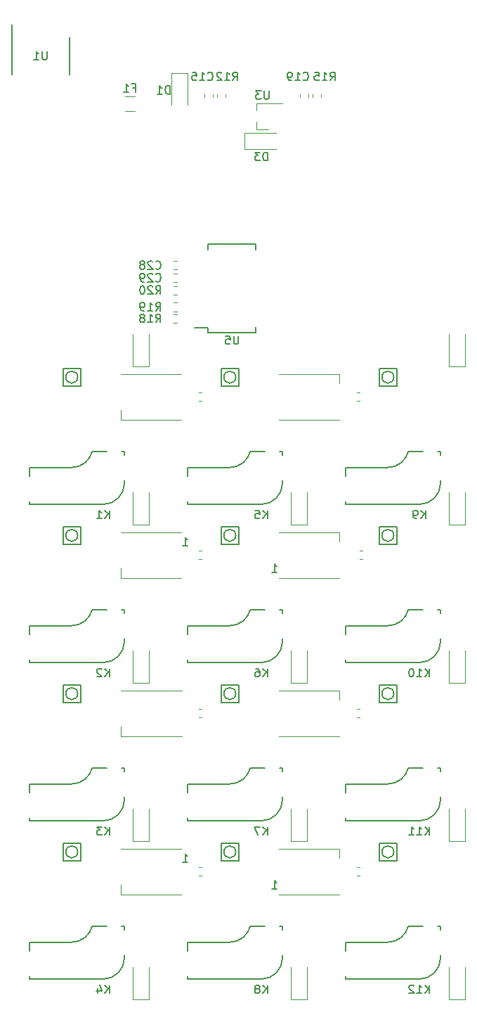
<source format=gbr>
G04 #@! TF.GenerationSoftware,KiCad,Pcbnew,(5.1.5)-3*
G04 #@! TF.CreationDate,2020-11-15T12:52:39-05:00*
G04 #@! TF.ProjectId,MgBoard,4d67426f-6172-4642-9e6b-696361645f70,rev?*
G04 #@! TF.SameCoordinates,PX39a64d0PYa4983b0*
G04 #@! TF.FileFunction,Legend,Bot*
G04 #@! TF.FilePolarity,Positive*
%FSLAX46Y46*%
G04 Gerber Fmt 4.6, Leading zero omitted, Abs format (unit mm)*
G04 Created by KiCad (PCBNEW (5.1.5)-3) date 2020-11-15 12:52:39*
%MOMM*%
%LPD*%
G04 APERTURE LIST*
%ADD10C,0.150000*%
%ADD11C,0.120000*%
G04 APERTURE END LIST*
D10*
X33116030Y87492790D02*
X33116030Y88067790D01*
X38866030Y87492790D02*
X38866030Y88142790D01*
X38866030Y98142790D02*
X38866030Y97492790D01*
X33116030Y98142790D02*
X33116030Y97492790D01*
X33116030Y87492790D02*
X38866030Y87492790D01*
X33116030Y98142790D02*
X38866030Y98142790D01*
X33116030Y88067790D02*
X31516030Y88067790D01*
D11*
X48894660Y25367470D02*
X48894660Y24217470D01*
X41594660Y25367470D02*
X48894660Y25367470D01*
X41594660Y19867470D02*
X48894660Y19867470D01*
X22544580Y19867470D02*
X22544580Y21017470D01*
X29844580Y19867470D02*
X22544580Y19867470D01*
X29844580Y25367470D02*
X22544580Y25367470D01*
X48894660Y44417550D02*
X48894660Y43267550D01*
X41594660Y44417550D02*
X48894660Y44417550D01*
X41594660Y38917550D02*
X48894660Y38917550D01*
X22613320Y38917550D02*
X22613320Y40067550D01*
X29913320Y38917550D02*
X22613320Y38917550D01*
X29913320Y44417550D02*
X22613320Y44417550D01*
X48894660Y63467630D02*
X48894660Y62317630D01*
X41594660Y63467630D02*
X48894660Y63467630D01*
X41594660Y57967630D02*
X48894660Y57967630D01*
X22544580Y57967630D02*
X22544580Y59117630D01*
X29844580Y57967630D02*
X22544580Y57967630D01*
X29844580Y63467630D02*
X22544580Y63467630D01*
X48894660Y82517710D02*
X48894660Y81367710D01*
X41594660Y82517710D02*
X48894660Y82517710D01*
X41594660Y77017710D02*
X48894660Y77017710D01*
X22544580Y77017710D02*
X22544580Y78167710D01*
X29844580Y77017710D02*
X22544580Y77017710D01*
X29844580Y82517710D02*
X22544580Y82517710D01*
X31976463Y23127470D02*
X32318997Y23127470D01*
X31976463Y22107470D02*
X32318997Y22107470D01*
X51026543Y23127470D02*
X51369077Y23127470D01*
X51026543Y22107470D02*
X51369077Y22107470D01*
X31976463Y42177550D02*
X32318997Y42177550D01*
X31976463Y41157550D02*
X32318997Y41157550D01*
X51026543Y42177550D02*
X51369077Y42177550D01*
X51026543Y41157550D02*
X51369077Y41157550D01*
X31976463Y61227630D02*
X32318997Y61227630D01*
X31976463Y60207630D02*
X32318997Y60207630D01*
X51342173Y61227630D02*
X51684707Y61227630D01*
X51342173Y60207630D02*
X51684707Y60207630D01*
X31976463Y80277710D02*
X32318997Y80277710D01*
X31976463Y79257710D02*
X32318997Y79257710D01*
X51026543Y80277710D02*
X51369077Y80277710D01*
X51026543Y79257710D02*
X51369077Y79257710D01*
D10*
X53718740Y23949335D02*
X53718740Y26049335D01*
X55818740Y23949335D02*
X53718740Y23949335D01*
X55818740Y26049335D02*
X55818740Y23949335D01*
X53718740Y26049335D02*
X55818740Y26049335D01*
X55489850Y24999335D02*
G75*
G03X55489850Y24999335I-721110J0D01*
G01*
X53718740Y42999335D02*
X53718740Y45099335D01*
X55818740Y42999335D02*
X53718740Y42999335D01*
X55818740Y45099335D02*
X55818740Y42999335D01*
X53718740Y45099335D02*
X55818740Y45099335D01*
X55489850Y44049335D02*
G75*
G03X55489850Y44049335I-721110J0D01*
G01*
X53718740Y62049335D02*
X53718740Y64149335D01*
X55818740Y62049335D02*
X53718740Y62049335D01*
X55818740Y64149335D02*
X55818740Y62049335D01*
X53718740Y64149335D02*
X55818740Y64149335D01*
X55489850Y63099335D02*
G75*
G03X55489850Y63099335I-721110J0D01*
G01*
X53718740Y81099335D02*
X53718740Y83199335D01*
X55818740Y81099335D02*
X53718740Y81099335D01*
X55818740Y83199335D02*
X55818740Y81099335D01*
X53718740Y83199335D02*
X55818740Y83199335D01*
X55489850Y82149335D02*
G75*
G03X55489850Y82149335I-721110J0D01*
G01*
X34668740Y23949335D02*
X34668740Y26049335D01*
X36768740Y23949335D02*
X34668740Y23949335D01*
X36768740Y26049335D02*
X36768740Y23949335D01*
X34668740Y26049335D02*
X36768740Y26049335D01*
X36439850Y24999335D02*
G75*
G03X36439850Y24999335I-721110J0D01*
G01*
X34668740Y42999335D02*
X34668740Y45099335D01*
X36768740Y42999335D02*
X34668740Y42999335D01*
X36768740Y45099335D02*
X36768740Y42999335D01*
X34668740Y45099335D02*
X36768740Y45099335D01*
X36439850Y44049335D02*
G75*
G03X36439850Y44049335I-721110J0D01*
G01*
X34668740Y62049335D02*
X34668740Y64149335D01*
X36768740Y62049335D02*
X34668740Y62049335D01*
X36768740Y64149335D02*
X36768740Y62049335D01*
X34668740Y64149335D02*
X36768740Y64149335D01*
X36439850Y63099335D02*
G75*
G03X36439850Y63099335I-721110J0D01*
G01*
X34668740Y81099335D02*
X34668740Y83199335D01*
X36768740Y81099335D02*
X34668740Y81099335D01*
X36768740Y83199335D02*
X36768740Y81099335D01*
X34668740Y83199335D02*
X36768740Y83199335D01*
X36439850Y82149335D02*
G75*
G03X36439850Y82149335I-721110J0D01*
G01*
X15618740Y23949335D02*
X15618740Y26049335D01*
X17718740Y23949335D02*
X15618740Y23949335D01*
X17718740Y26049335D02*
X17718740Y23949335D01*
X15618740Y26049335D02*
X17718740Y26049335D01*
X17389850Y24999335D02*
G75*
G03X17389850Y24999335I-721110J0D01*
G01*
X15618740Y42999335D02*
X15618740Y45099335D01*
X17718740Y42999335D02*
X15618740Y42999335D01*
X17718740Y45099335D02*
X17718740Y42999335D01*
X15618740Y45099335D02*
X17718740Y45099335D01*
X17389850Y44049335D02*
G75*
G03X17389850Y44049335I-721110J0D01*
G01*
X15618740Y62049335D02*
X15618740Y64149335D01*
X17718740Y62049335D02*
X15618740Y62049335D01*
X17718740Y64149335D02*
X17718740Y62049335D01*
X15618740Y64149335D02*
X17718740Y64149335D01*
X17389850Y63099335D02*
G75*
G03X17389850Y63099335I-721110J0D01*
G01*
X15618740Y81099335D02*
X15618740Y83199335D01*
X17718740Y81099335D02*
X15618740Y81099335D01*
X17718740Y83199335D02*
X17718740Y81099335D01*
X15618740Y83199335D02*
X17718740Y83199335D01*
X17389850Y82149335D02*
G75*
G03X17389850Y82149335I-721110J0D01*
G01*
D11*
X38908740Y111984960D02*
X38908740Y112914960D01*
X38908740Y115144960D02*
X38908740Y114214960D01*
X38908740Y115144960D02*
X42068740Y115144960D01*
X38908740Y111984960D02*
X40368740Y111984960D01*
D10*
X16368740Y123039960D02*
X16368740Y118589960D01*
X9468740Y124564960D02*
X9468740Y118589960D01*
D11*
X29321267Y93100000D02*
X28978733Y93100000D01*
X29321267Y92080000D02*
X28978733Y92080000D01*
X29321267Y91100000D02*
X28978733Y91100000D01*
X29321267Y90080000D02*
X28978733Y90080000D01*
X28978733Y88680000D02*
X29321267Y88680000D01*
X28978733Y89700000D02*
X29321267Y89700000D01*
X46678740Y115893693D02*
X46678740Y116236227D01*
X45658740Y115893693D02*
X45658740Y116236227D01*
X35178740Y115893693D02*
X35178740Y116236227D01*
X34158740Y115893693D02*
X34158740Y116236227D01*
D10*
X61118740Y12219960D02*
G75*
G02X58578740Y9679960I-2540000J0D01*
G01*
X57232902Y16048920D02*
G75*
G02X54768740Y14124960I-2464162J616040D01*
G01*
X61118740Y12219960D02*
X61118740Y12600960D01*
X61118740Y15648960D02*
X61118740Y16029960D01*
X61118740Y16029960D02*
X60737740Y16029960D01*
X58959740Y16029960D02*
X57308740Y16029960D01*
X54768740Y14124960D02*
X49688740Y14124960D01*
X49688740Y14124960D02*
X49688740Y13108960D01*
X49688740Y10060960D02*
X49688740Y9679960D01*
X49688740Y9679960D02*
X58578740Y9679960D01*
X61118740Y31269960D02*
G75*
G02X58578740Y28729960I-2540000J0D01*
G01*
X57232902Y35098920D02*
G75*
G02X54768740Y33174960I-2464162J616040D01*
G01*
X61118740Y31269960D02*
X61118740Y31650960D01*
X61118740Y34698960D02*
X61118740Y35079960D01*
X61118740Y35079960D02*
X60737740Y35079960D01*
X58959740Y35079960D02*
X57308740Y35079960D01*
X54768740Y33174960D02*
X49688740Y33174960D01*
X49688740Y33174960D02*
X49688740Y32158960D01*
X49688740Y29110960D02*
X49688740Y28729960D01*
X49688740Y28729960D02*
X58578740Y28729960D01*
X61118740Y50319960D02*
G75*
G02X58578740Y47779960I-2540000J0D01*
G01*
X57232902Y54148920D02*
G75*
G02X54768740Y52224960I-2464162J616040D01*
G01*
X61118740Y50319960D02*
X61118740Y50700960D01*
X61118740Y53748960D02*
X61118740Y54129960D01*
X61118740Y54129960D02*
X60737740Y54129960D01*
X58959740Y54129960D02*
X57308740Y54129960D01*
X54768740Y52224960D02*
X49688740Y52224960D01*
X49688740Y52224960D02*
X49688740Y51208960D01*
X49688740Y48160960D02*
X49688740Y47779960D01*
X49688740Y47779960D02*
X58578740Y47779960D01*
X61118740Y69369960D02*
G75*
G02X58578740Y66829960I-2540000J0D01*
G01*
X57232902Y73198920D02*
G75*
G02X54768740Y71274960I-2464162J616040D01*
G01*
X61118740Y69369960D02*
X61118740Y69750960D01*
X61118740Y72798960D02*
X61118740Y73179960D01*
X61118740Y73179960D02*
X60737740Y73179960D01*
X58959740Y73179960D02*
X57308740Y73179960D01*
X54768740Y71274960D02*
X49688740Y71274960D01*
X49688740Y71274960D02*
X49688740Y70258960D01*
X49688740Y67210960D02*
X49688740Y66829960D01*
X49688740Y66829960D02*
X58578740Y66829960D01*
X42068740Y12219960D02*
G75*
G02X39528740Y9679960I-2540000J0D01*
G01*
X38182902Y16048920D02*
G75*
G02X35718740Y14124960I-2464162J616040D01*
G01*
X42068740Y12219960D02*
X42068740Y12600960D01*
X42068740Y15648960D02*
X42068740Y16029960D01*
X42068740Y16029960D02*
X41687740Y16029960D01*
X39909740Y16029960D02*
X38258740Y16029960D01*
X35718740Y14124960D02*
X30638740Y14124960D01*
X30638740Y14124960D02*
X30638740Y13108960D01*
X30638740Y10060960D02*
X30638740Y9679960D01*
X30638740Y9679960D02*
X39528740Y9679960D01*
X42068740Y31269960D02*
G75*
G02X39528740Y28729960I-2540000J0D01*
G01*
X38182902Y35098920D02*
G75*
G02X35718740Y33174960I-2464162J616040D01*
G01*
X42068740Y31269960D02*
X42068740Y31650960D01*
X42068740Y34698960D02*
X42068740Y35079960D01*
X42068740Y35079960D02*
X41687740Y35079960D01*
X39909740Y35079960D02*
X38258740Y35079960D01*
X35718740Y33174960D02*
X30638740Y33174960D01*
X30638740Y33174960D02*
X30638740Y32158960D01*
X30638740Y29110960D02*
X30638740Y28729960D01*
X30638740Y28729960D02*
X39528740Y28729960D01*
X42068740Y50319960D02*
G75*
G02X39528740Y47779960I-2540000J0D01*
G01*
X38182902Y54148920D02*
G75*
G02X35718740Y52224960I-2464162J616040D01*
G01*
X42068740Y50319960D02*
X42068740Y50700960D01*
X42068740Y53748960D02*
X42068740Y54129960D01*
X42068740Y54129960D02*
X41687740Y54129960D01*
X39909740Y54129960D02*
X38258740Y54129960D01*
X35718740Y52224960D02*
X30638740Y52224960D01*
X30638740Y52224960D02*
X30638740Y51208960D01*
X30638740Y48160960D02*
X30638740Y47779960D01*
X30638740Y47779960D02*
X39528740Y47779960D01*
X42068740Y69369960D02*
G75*
G02X39528740Y66829960I-2540000J0D01*
G01*
X38182902Y73198920D02*
G75*
G02X35718740Y71274960I-2464162J616040D01*
G01*
X42068740Y69369960D02*
X42068740Y69750960D01*
X42068740Y72798960D02*
X42068740Y73179960D01*
X42068740Y73179960D02*
X41687740Y73179960D01*
X39909740Y73179960D02*
X38258740Y73179960D01*
X35718740Y71274960D02*
X30638740Y71274960D01*
X30638740Y71274960D02*
X30638740Y70258960D01*
X30638740Y67210960D02*
X30638740Y66829960D01*
X30638740Y66829960D02*
X39528740Y66829960D01*
X23018740Y12219960D02*
G75*
G02X20478740Y9679960I-2540000J0D01*
G01*
X19132902Y16048920D02*
G75*
G02X16668740Y14124960I-2464162J616040D01*
G01*
X23018740Y12219960D02*
X23018740Y12600960D01*
X23018740Y15648960D02*
X23018740Y16029960D01*
X23018740Y16029960D02*
X22637740Y16029960D01*
X20859740Y16029960D02*
X19208740Y16029960D01*
X16668740Y14124960D02*
X11588740Y14124960D01*
X11588740Y14124960D02*
X11588740Y13108960D01*
X11588740Y10060960D02*
X11588740Y9679960D01*
X11588740Y9679960D02*
X20478740Y9679960D01*
X23018740Y31269960D02*
G75*
G02X20478740Y28729960I-2540000J0D01*
G01*
X19132902Y35098920D02*
G75*
G02X16668740Y33174960I-2464162J616040D01*
G01*
X23018740Y31269960D02*
X23018740Y31650960D01*
X23018740Y34698960D02*
X23018740Y35079960D01*
X23018740Y35079960D02*
X22637740Y35079960D01*
X20859740Y35079960D02*
X19208740Y35079960D01*
X16668740Y33174960D02*
X11588740Y33174960D01*
X11588740Y33174960D02*
X11588740Y32158960D01*
X11588740Y29110960D02*
X11588740Y28729960D01*
X11588740Y28729960D02*
X20478740Y28729960D01*
X23018740Y50319960D02*
G75*
G02X20478740Y47779960I-2540000J0D01*
G01*
X19132902Y54148920D02*
G75*
G02X16668740Y52224960I-2464162J616040D01*
G01*
X23018740Y50319960D02*
X23018740Y50700960D01*
X23018740Y53748960D02*
X23018740Y54129960D01*
X23018740Y54129960D02*
X22637740Y54129960D01*
X20859740Y54129960D02*
X19208740Y54129960D01*
X16668740Y52224960D02*
X11588740Y52224960D01*
X11588740Y52224960D02*
X11588740Y51208960D01*
X11588740Y48160960D02*
X11588740Y47779960D01*
X11588740Y47779960D02*
X20478740Y47779960D01*
X23018740Y69369960D02*
G75*
G02X20478740Y66829960I-2540000J0D01*
G01*
X19132902Y73198920D02*
G75*
G02X16668740Y71274960I-2464162J616040D01*
G01*
X23018740Y69369960D02*
X23018740Y69750960D01*
X23018740Y72798960D02*
X23018740Y73179960D01*
X23018740Y73179960D02*
X22637740Y73179960D01*
X20859740Y73179960D02*
X19208740Y73179960D01*
X16668740Y71274960D02*
X11588740Y71274960D01*
X11588740Y71274960D02*
X11588740Y70258960D01*
X11588740Y67210960D02*
X11588740Y66829960D01*
X11588740Y66829960D02*
X20478740Y66829960D01*
D11*
X24270804Y115974960D02*
X23066676Y115974960D01*
X24270804Y114154960D02*
X23066676Y114154960D01*
X37468740Y109564960D02*
X37468740Y111564960D01*
X37468740Y111564960D02*
X41318740Y111564960D01*
X37468740Y109564960D02*
X41318740Y109564960D01*
X28668740Y118764960D02*
X30668740Y118764960D01*
X30668740Y118764960D02*
X30668740Y114914960D01*
X28668740Y118764960D02*
X28668740Y114914960D01*
X45053115Y64421210D02*
X43053115Y64421210D01*
X43053115Y64421210D02*
X43053115Y68321210D01*
X45053115Y64421210D02*
X45053115Y68321210D01*
X64103115Y45371210D02*
X62103115Y45371210D01*
X62103115Y45371210D02*
X62103115Y49271210D01*
X64103115Y45371210D02*
X64103115Y49271210D01*
X64104110Y7270540D02*
X62104110Y7270540D01*
X62104110Y7270540D02*
X62104110Y11170540D01*
X64104110Y7270540D02*
X64104110Y11170540D01*
X64103115Y26321210D02*
X62103115Y26321210D01*
X62103115Y26321210D02*
X62103115Y30221210D01*
X64103115Y26321210D02*
X64103115Y30221210D01*
X64104110Y83470860D02*
X62104110Y83470860D01*
X62104110Y83470860D02*
X62104110Y87370860D01*
X64104110Y83470860D02*
X64104110Y87370860D01*
X64103115Y64421210D02*
X62103115Y64421210D01*
X62103115Y64421210D02*
X62103115Y68321210D01*
X64103115Y64421210D02*
X64103115Y68321210D01*
X45053115Y7271210D02*
X43053115Y7271210D01*
X43053115Y7271210D02*
X43053115Y11171210D01*
X45053115Y7271210D02*
X45053115Y11171210D01*
X45053115Y26321210D02*
X43053115Y26321210D01*
X43053115Y26321210D02*
X43053115Y30221210D01*
X45053115Y26321210D02*
X45053115Y30221210D01*
X45053115Y45371210D02*
X43053115Y45371210D01*
X43053115Y45371210D02*
X43053115Y49271210D01*
X45053115Y45371210D02*
X45053115Y49271210D01*
X26003950Y83470860D02*
X24003950Y83470860D01*
X24003950Y83470860D02*
X24003950Y87370860D01*
X26003950Y83470860D02*
X26003950Y87370860D01*
X26003115Y7271210D02*
X24003115Y7271210D01*
X24003115Y7271210D02*
X24003115Y11171210D01*
X26003115Y7271210D02*
X26003115Y11171210D01*
X26003115Y26321210D02*
X24003115Y26321210D01*
X24003115Y26321210D02*
X24003115Y30221210D01*
X26003115Y26321210D02*
X26003115Y30221210D01*
X26003115Y45371210D02*
X24003115Y45371210D01*
X24003115Y45371210D02*
X24003115Y49271210D01*
X26003115Y45371210D02*
X26003115Y49271210D01*
X26003115Y64421210D02*
X24003115Y64421210D01*
X24003115Y64421210D02*
X24003115Y68321210D01*
X26003115Y64421210D02*
X26003115Y68321210D01*
X28978733Y93580000D02*
X29321267Y93580000D01*
X28978733Y94600000D02*
X29321267Y94600000D01*
X28978733Y95080000D02*
X29321267Y95080000D01*
X28978733Y96100000D02*
X29321267Y96100000D01*
X44158740Y116236227D02*
X44158740Y115893693D01*
X45178740Y116236227D02*
X45178740Y115893693D01*
X32658740Y116236227D02*
X32658740Y115893693D01*
X33678740Y116236227D02*
X33678740Y115893693D01*
D10*
X36752934Y87115410D02*
X36752934Y86305886D01*
X36705315Y86210648D01*
X36657696Y86163029D01*
X36562458Y86115410D01*
X36371982Y86115410D01*
X36276744Y86163029D01*
X36229125Y86210648D01*
X36181506Y86305886D01*
X36181506Y87115410D01*
X35229125Y87115410D02*
X35705315Y87115410D01*
X35752934Y86639219D01*
X35705315Y86686838D01*
X35610077Y86734457D01*
X35371982Y86734457D01*
X35276744Y86686838D01*
X35229125Y86639219D01*
X35181506Y86543981D01*
X35181506Y86305886D01*
X35229125Y86210648D01*
X35276744Y86163029D01*
X35371982Y86115410D01*
X35610077Y86115410D01*
X35705315Y86163029D01*
X35752934Y86210648D01*
X40808945Y20565090D02*
X41380374Y20565090D01*
X41094660Y20565090D02*
X41094660Y21565090D01*
X41189898Y21422232D01*
X41285136Y21326994D01*
X41380374Y21279375D01*
X30058865Y23765090D02*
X30630294Y23765090D01*
X30344580Y23765090D02*
X30344580Y24765090D01*
X30439818Y24622232D01*
X30535056Y24526994D01*
X30630294Y24479375D01*
X40808945Y58665250D02*
X41380374Y58665250D01*
X41094660Y58665250D02*
X41094660Y59665250D01*
X41189898Y59522392D01*
X41285136Y59427154D01*
X41380374Y59379535D01*
X30058865Y61865250D02*
X30630294Y61865250D01*
X30344580Y61865250D02*
X30344580Y62865250D01*
X30439818Y62722392D01*
X30535056Y62627154D01*
X30630294Y62579535D01*
X40430644Y116612580D02*
X40430644Y115803056D01*
X40383025Y115707818D01*
X40335406Y115660199D01*
X40240168Y115612580D01*
X40049692Y115612580D01*
X39954454Y115660199D01*
X39906835Y115707818D01*
X39859216Y115803056D01*
X39859216Y116612580D01*
X39478263Y116612580D02*
X38859216Y116612580D01*
X39192549Y116231627D01*
X39049692Y116231627D01*
X38954454Y116184008D01*
X38906835Y116136389D01*
X38859216Y116041151D01*
X38859216Y115803056D01*
X38906835Y115707818D01*
X38954454Y115660199D01*
X39049692Y115612580D01*
X39335406Y115612580D01*
X39430644Y115660199D01*
X39478263Y115707818D01*
X13680644Y121362580D02*
X13680644Y120553056D01*
X13633025Y120457818D01*
X13585406Y120410199D01*
X13490168Y120362580D01*
X13299692Y120362580D01*
X13204454Y120410199D01*
X13156835Y120457818D01*
X13109216Y120553056D01*
X13109216Y121362580D01*
X12109216Y120362580D02*
X12680644Y120362580D01*
X12394930Y120362580D02*
X12394930Y121362580D01*
X12490168Y121219722D01*
X12585406Y121124484D01*
X12680644Y121076865D01*
X26792857Y92137620D02*
X27126190Y92613810D01*
X27364285Y92137620D02*
X27364285Y93137620D01*
X26983333Y93137620D01*
X26888095Y93090000D01*
X26840476Y93042381D01*
X26792857Y92947143D01*
X26792857Y92804286D01*
X26840476Y92709048D01*
X26888095Y92661429D01*
X26983333Y92613810D01*
X27364285Y92613810D01*
X26411904Y93042381D02*
X26364285Y93090000D01*
X26269047Y93137620D01*
X26030952Y93137620D01*
X25935714Y93090000D01*
X25888095Y93042381D01*
X25840476Y92947143D01*
X25840476Y92851905D01*
X25888095Y92709048D01*
X26459523Y92137620D01*
X25840476Y92137620D01*
X25221428Y93137620D02*
X25126190Y93137620D01*
X25030952Y93090000D01*
X24983333Y93042381D01*
X24935714Y92947143D01*
X24888095Y92756667D01*
X24888095Y92518572D01*
X24935714Y92328096D01*
X24983333Y92232858D01*
X25030952Y92185239D01*
X25126190Y92137620D01*
X25221428Y92137620D01*
X25316666Y92185239D01*
X25364285Y92232858D01*
X25411904Y92328096D01*
X25459523Y92518572D01*
X25459523Y92756667D01*
X25411904Y92947143D01*
X25364285Y93042381D01*
X25316666Y93090000D01*
X25221428Y93137620D01*
X26792857Y90137620D02*
X27126190Y90613810D01*
X27364285Y90137620D02*
X27364285Y91137620D01*
X26983333Y91137620D01*
X26888095Y91090000D01*
X26840476Y91042381D01*
X26792857Y90947143D01*
X26792857Y90804286D01*
X26840476Y90709048D01*
X26888095Y90661429D01*
X26983333Y90613810D01*
X27364285Y90613810D01*
X25840476Y90137620D02*
X26411904Y90137620D01*
X26126190Y90137620D02*
X26126190Y91137620D01*
X26221428Y90994762D01*
X26316666Y90899524D01*
X26411904Y90851905D01*
X25364285Y90137620D02*
X25173809Y90137620D01*
X25078571Y90185239D01*
X25030952Y90232858D01*
X24935714Y90375715D01*
X24888095Y90566191D01*
X24888095Y90947143D01*
X24935714Y91042381D01*
X24983333Y91090000D01*
X25078571Y91137620D01*
X25269047Y91137620D01*
X25364285Y91090000D01*
X25411904Y91042381D01*
X25459523Y90947143D01*
X25459523Y90709048D01*
X25411904Y90613810D01*
X25364285Y90566191D01*
X25269047Y90518572D01*
X25078571Y90518572D01*
X24983333Y90566191D01*
X24935714Y90613810D01*
X24888095Y90709048D01*
X26792857Y88737620D02*
X27126190Y89213810D01*
X27364285Y88737620D02*
X27364285Y89737620D01*
X26983333Y89737620D01*
X26888095Y89690000D01*
X26840476Y89642381D01*
X26792857Y89547143D01*
X26792857Y89404286D01*
X26840476Y89309048D01*
X26888095Y89261429D01*
X26983333Y89213810D01*
X27364285Y89213810D01*
X25840476Y88737620D02*
X26411904Y88737620D01*
X26126190Y88737620D02*
X26126190Y89737620D01*
X26221428Y89594762D01*
X26316666Y89499524D01*
X26411904Y89451905D01*
X25269047Y89309048D02*
X25364285Y89356667D01*
X25411904Y89404286D01*
X25459523Y89499524D01*
X25459523Y89547143D01*
X25411904Y89642381D01*
X25364285Y89690000D01*
X25269047Y89737620D01*
X25078571Y89737620D01*
X24983333Y89690000D01*
X24935714Y89642381D01*
X24888095Y89547143D01*
X24888095Y89499524D01*
X24935714Y89404286D01*
X24983333Y89356667D01*
X25078571Y89309048D01*
X25269047Y89309048D01*
X25364285Y89261429D01*
X25411904Y89213810D01*
X25459523Y89118572D01*
X25459523Y88928096D01*
X25411904Y88832858D01*
X25364285Y88785239D01*
X25269047Y88737620D01*
X25078571Y88737620D01*
X24983333Y88785239D01*
X24935714Y88832858D01*
X24888095Y88928096D01*
X24888095Y89118572D01*
X24935714Y89213810D01*
X24983333Y89261429D01*
X25078571Y89309048D01*
X47811597Y117862580D02*
X48144930Y118338770D01*
X48383025Y117862580D02*
X48383025Y118862580D01*
X48002073Y118862580D01*
X47906835Y118814960D01*
X47859216Y118767341D01*
X47811597Y118672103D01*
X47811597Y118529246D01*
X47859216Y118434008D01*
X47906835Y118386389D01*
X48002073Y118338770D01*
X48383025Y118338770D01*
X46859216Y117862580D02*
X47430644Y117862580D01*
X47144930Y117862580D02*
X47144930Y118862580D01*
X47240168Y118719722D01*
X47335406Y118624484D01*
X47430644Y118576865D01*
X45954454Y118862580D02*
X46430644Y118862580D01*
X46478263Y118386389D01*
X46430644Y118434008D01*
X46335406Y118481627D01*
X46097311Y118481627D01*
X46002073Y118434008D01*
X45954454Y118386389D01*
X45906835Y118291151D01*
X45906835Y118053056D01*
X45954454Y117957818D01*
X46002073Y117910199D01*
X46097311Y117862580D01*
X46335406Y117862580D01*
X46430644Y117910199D01*
X46478263Y117957818D01*
X36061597Y117862580D02*
X36394930Y118338770D01*
X36633025Y117862580D02*
X36633025Y118862580D01*
X36252073Y118862580D01*
X36156835Y118814960D01*
X36109216Y118767341D01*
X36061597Y118672103D01*
X36061597Y118529246D01*
X36109216Y118434008D01*
X36156835Y118386389D01*
X36252073Y118338770D01*
X36633025Y118338770D01*
X35109216Y117862580D02*
X35680644Y117862580D01*
X35394930Y117862580D02*
X35394930Y118862580D01*
X35490168Y118719722D01*
X35585406Y118624484D01*
X35680644Y118576865D01*
X34728263Y118767341D02*
X34680644Y118814960D01*
X34585406Y118862580D01*
X34347311Y118862580D01*
X34252073Y118814960D01*
X34204454Y118767341D01*
X34156835Y118672103D01*
X34156835Y118576865D01*
X34204454Y118434008D01*
X34775882Y117862580D01*
X34156835Y117862580D01*
X59793025Y7957580D02*
X59793025Y8957580D01*
X59221597Y7957580D02*
X59650168Y8529008D01*
X59221597Y8957580D02*
X59793025Y8386151D01*
X58269216Y7957580D02*
X58840644Y7957580D01*
X58554930Y7957580D02*
X58554930Y8957580D01*
X58650168Y8814722D01*
X58745406Y8719484D01*
X58840644Y8671865D01*
X57888263Y8862341D02*
X57840644Y8909960D01*
X57745406Y8957580D01*
X57507311Y8957580D01*
X57412073Y8909960D01*
X57364454Y8862341D01*
X57316835Y8767103D01*
X57316835Y8671865D01*
X57364454Y8529008D01*
X57935882Y7957580D01*
X57316835Y7957580D01*
X59793025Y27007580D02*
X59793025Y28007580D01*
X59221597Y27007580D02*
X59650168Y27579008D01*
X59221597Y28007580D02*
X59793025Y27436151D01*
X58269216Y27007580D02*
X58840644Y27007580D01*
X58554930Y27007580D02*
X58554930Y28007580D01*
X58650168Y27864722D01*
X58745406Y27769484D01*
X58840644Y27721865D01*
X57316835Y27007580D02*
X57888263Y27007580D01*
X57602549Y27007580D02*
X57602549Y28007580D01*
X57697787Y27864722D01*
X57793025Y27769484D01*
X57888263Y27721865D01*
X59793025Y46057580D02*
X59793025Y47057580D01*
X59221597Y46057580D02*
X59650168Y46629008D01*
X59221597Y47057580D02*
X59793025Y46486151D01*
X58269216Y46057580D02*
X58840644Y46057580D01*
X58554930Y46057580D02*
X58554930Y47057580D01*
X58650168Y46914722D01*
X58745406Y46819484D01*
X58840644Y46771865D01*
X57650168Y47057580D02*
X57554930Y47057580D01*
X57459692Y47009960D01*
X57412073Y46962341D01*
X57364454Y46867103D01*
X57316835Y46676627D01*
X57316835Y46438532D01*
X57364454Y46248056D01*
X57412073Y46152818D01*
X57459692Y46105199D01*
X57554930Y46057580D01*
X57650168Y46057580D01*
X57745406Y46105199D01*
X57793025Y46152818D01*
X57840644Y46248056D01*
X57888263Y46438532D01*
X57888263Y46676627D01*
X57840644Y46867103D01*
X57793025Y46962341D01*
X57745406Y47009960D01*
X57650168Y47057580D01*
X59316835Y65107580D02*
X59316835Y66107580D01*
X58745406Y65107580D02*
X59173978Y65679008D01*
X58745406Y66107580D02*
X59316835Y65536151D01*
X58269216Y65107580D02*
X58078740Y65107580D01*
X57983501Y65155199D01*
X57935882Y65202818D01*
X57840644Y65345675D01*
X57793025Y65536151D01*
X57793025Y65917103D01*
X57840644Y66012341D01*
X57888263Y66059960D01*
X57983501Y66107580D01*
X58173978Y66107580D01*
X58269216Y66059960D01*
X58316835Y66012341D01*
X58364454Y65917103D01*
X58364454Y65679008D01*
X58316835Y65583770D01*
X58269216Y65536151D01*
X58173978Y65488532D01*
X57983501Y65488532D01*
X57888263Y65536151D01*
X57840644Y65583770D01*
X57793025Y65679008D01*
X40266835Y7957580D02*
X40266835Y8957580D01*
X39695406Y7957580D02*
X40123978Y8529008D01*
X39695406Y8957580D02*
X40266835Y8386151D01*
X39123978Y8529008D02*
X39219216Y8576627D01*
X39266835Y8624246D01*
X39314454Y8719484D01*
X39314454Y8767103D01*
X39266835Y8862341D01*
X39219216Y8909960D01*
X39123978Y8957580D01*
X38933501Y8957580D01*
X38838263Y8909960D01*
X38790644Y8862341D01*
X38743025Y8767103D01*
X38743025Y8719484D01*
X38790644Y8624246D01*
X38838263Y8576627D01*
X38933501Y8529008D01*
X39123978Y8529008D01*
X39219216Y8481389D01*
X39266835Y8433770D01*
X39314454Y8338532D01*
X39314454Y8148056D01*
X39266835Y8052818D01*
X39219216Y8005199D01*
X39123978Y7957580D01*
X38933501Y7957580D01*
X38838263Y8005199D01*
X38790644Y8052818D01*
X38743025Y8148056D01*
X38743025Y8338532D01*
X38790644Y8433770D01*
X38838263Y8481389D01*
X38933501Y8529008D01*
X40266835Y27007580D02*
X40266835Y28007580D01*
X39695406Y27007580D02*
X40123978Y27579008D01*
X39695406Y28007580D02*
X40266835Y27436151D01*
X39362073Y28007580D02*
X38695406Y28007580D01*
X39123978Y27007580D01*
X40266835Y46057580D02*
X40266835Y47057580D01*
X39695406Y46057580D02*
X40123978Y46629008D01*
X39695406Y47057580D02*
X40266835Y46486151D01*
X38838263Y47057580D02*
X39028740Y47057580D01*
X39123978Y47009960D01*
X39171597Y46962341D01*
X39266835Y46819484D01*
X39314454Y46629008D01*
X39314454Y46248056D01*
X39266835Y46152818D01*
X39219216Y46105199D01*
X39123978Y46057580D01*
X38933501Y46057580D01*
X38838263Y46105199D01*
X38790644Y46152818D01*
X38743025Y46248056D01*
X38743025Y46486151D01*
X38790644Y46581389D01*
X38838263Y46629008D01*
X38933501Y46676627D01*
X39123978Y46676627D01*
X39219216Y46629008D01*
X39266835Y46581389D01*
X39314454Y46486151D01*
X40266835Y65107580D02*
X40266835Y66107580D01*
X39695406Y65107580D02*
X40123978Y65679008D01*
X39695406Y66107580D02*
X40266835Y65536151D01*
X38790644Y66107580D02*
X39266835Y66107580D01*
X39314454Y65631389D01*
X39266835Y65679008D01*
X39171597Y65726627D01*
X38933501Y65726627D01*
X38838263Y65679008D01*
X38790644Y65631389D01*
X38743025Y65536151D01*
X38743025Y65298056D01*
X38790644Y65202818D01*
X38838263Y65155199D01*
X38933501Y65107580D01*
X39171597Y65107580D01*
X39266835Y65155199D01*
X39314454Y65202818D01*
X21216835Y7957580D02*
X21216835Y8957580D01*
X20645406Y7957580D02*
X21073978Y8529008D01*
X20645406Y8957580D02*
X21216835Y8386151D01*
X19788263Y8624246D02*
X19788263Y7957580D01*
X20026359Y9005199D02*
X20264454Y8290913D01*
X19645406Y8290913D01*
X21216835Y27007580D02*
X21216835Y28007580D01*
X20645406Y27007580D02*
X21073978Y27579008D01*
X20645406Y28007580D02*
X21216835Y27436151D01*
X20312073Y28007580D02*
X19693025Y28007580D01*
X20026359Y27626627D01*
X19883501Y27626627D01*
X19788263Y27579008D01*
X19740644Y27531389D01*
X19693025Y27436151D01*
X19693025Y27198056D01*
X19740644Y27102818D01*
X19788263Y27055199D01*
X19883501Y27007580D01*
X20169216Y27007580D01*
X20264454Y27055199D01*
X20312073Y27102818D01*
X21216835Y46057580D02*
X21216835Y47057580D01*
X20645406Y46057580D02*
X21073978Y46629008D01*
X20645406Y47057580D02*
X21216835Y46486151D01*
X20264454Y46962341D02*
X20216835Y47009960D01*
X20121597Y47057580D01*
X19883501Y47057580D01*
X19788263Y47009960D01*
X19740644Y46962341D01*
X19693025Y46867103D01*
X19693025Y46771865D01*
X19740644Y46629008D01*
X20312073Y46057580D01*
X19693025Y46057580D01*
X21216835Y65107580D02*
X21216835Y66107580D01*
X20645406Y65107580D02*
X21073978Y65679008D01*
X20645406Y66107580D02*
X21216835Y65536151D01*
X19693025Y65107580D02*
X20264454Y65107580D01*
X19978740Y65107580D02*
X19978740Y66107580D01*
X20073978Y65964722D01*
X20169216Y65869484D01*
X20264454Y65821865D01*
X24002073Y116956389D02*
X24335406Y116956389D01*
X24335406Y116432580D02*
X24335406Y117432580D01*
X23859216Y117432580D01*
X22954454Y116432580D02*
X23525882Y116432580D01*
X23240168Y116432580D02*
X23240168Y117432580D01*
X23335406Y117289722D01*
X23430644Y117194484D01*
X23525882Y117146865D01*
X40279835Y108207580D02*
X40279835Y109207580D01*
X40041740Y109207580D01*
X39898882Y109159960D01*
X39803644Y109064722D01*
X39756025Y108969484D01*
X39708406Y108779008D01*
X39708406Y108636151D01*
X39756025Y108445675D01*
X39803644Y108350437D01*
X39898882Y108255199D01*
X40041740Y108207580D01*
X40279835Y108207580D01*
X39375073Y109207580D02*
X38756025Y109207580D01*
X39089359Y108826627D01*
X38946501Y108826627D01*
X38851263Y108779008D01*
X38803644Y108731389D01*
X38756025Y108636151D01*
X38756025Y108398056D01*
X38803644Y108302818D01*
X38851263Y108255199D01*
X38946501Y108207580D01*
X39232216Y108207580D01*
X39327454Y108255199D01*
X39375073Y108302818D01*
X28501835Y116239580D02*
X28501835Y117239580D01*
X28263740Y117239580D01*
X28120882Y117191960D01*
X28025644Y117096722D01*
X27978025Y117001484D01*
X27930406Y116811008D01*
X27930406Y116668151D01*
X27978025Y116477675D01*
X28025644Y116382437D01*
X28120882Y116287199D01*
X28263740Y116239580D01*
X28501835Y116239580D01*
X26978025Y116239580D02*
X27549454Y116239580D01*
X27263740Y116239580D02*
X27263740Y117239580D01*
X27358978Y117096722D01*
X27454216Y117001484D01*
X27549454Y116953865D01*
X26792857Y93732858D02*
X26840476Y93685239D01*
X26983333Y93637620D01*
X27078571Y93637620D01*
X27221428Y93685239D01*
X27316666Y93780477D01*
X27364285Y93875715D01*
X27411904Y94066191D01*
X27411904Y94209048D01*
X27364285Y94399524D01*
X27316666Y94494762D01*
X27221428Y94590000D01*
X27078571Y94637620D01*
X26983333Y94637620D01*
X26840476Y94590000D01*
X26792857Y94542381D01*
X26411904Y94542381D02*
X26364285Y94590000D01*
X26269047Y94637620D01*
X26030952Y94637620D01*
X25935714Y94590000D01*
X25888095Y94542381D01*
X25840476Y94447143D01*
X25840476Y94351905D01*
X25888095Y94209048D01*
X26459523Y93637620D01*
X25840476Y93637620D01*
X25364285Y93637620D02*
X25173809Y93637620D01*
X25078571Y93685239D01*
X25030952Y93732858D01*
X24935714Y93875715D01*
X24888095Y94066191D01*
X24888095Y94447143D01*
X24935714Y94542381D01*
X24983333Y94590000D01*
X25078571Y94637620D01*
X25269047Y94637620D01*
X25364285Y94590000D01*
X25411904Y94542381D01*
X25459523Y94447143D01*
X25459523Y94209048D01*
X25411904Y94113810D01*
X25364285Y94066191D01*
X25269047Y94018572D01*
X25078571Y94018572D01*
X24983333Y94066191D01*
X24935714Y94113810D01*
X24888095Y94209048D01*
X26792857Y95232858D02*
X26840476Y95185239D01*
X26983333Y95137620D01*
X27078571Y95137620D01*
X27221428Y95185239D01*
X27316666Y95280477D01*
X27364285Y95375715D01*
X27411904Y95566191D01*
X27411904Y95709048D01*
X27364285Y95899524D01*
X27316666Y95994762D01*
X27221428Y96090000D01*
X27078571Y96137620D01*
X26983333Y96137620D01*
X26840476Y96090000D01*
X26792857Y96042381D01*
X26411904Y96042381D02*
X26364285Y96090000D01*
X26269047Y96137620D01*
X26030952Y96137620D01*
X25935714Y96090000D01*
X25888095Y96042381D01*
X25840476Y95947143D01*
X25840476Y95851905D01*
X25888095Y95709048D01*
X26459523Y95137620D01*
X25840476Y95137620D01*
X25269047Y95709048D02*
X25364285Y95756667D01*
X25411904Y95804286D01*
X25459523Y95899524D01*
X25459523Y95947143D01*
X25411904Y96042381D01*
X25364285Y96090000D01*
X25269047Y96137620D01*
X25078571Y96137620D01*
X24983333Y96090000D01*
X24935714Y96042381D01*
X24888095Y95947143D01*
X24888095Y95899524D01*
X24935714Y95804286D01*
X24983333Y95756667D01*
X25078571Y95709048D01*
X25269047Y95709048D01*
X25364285Y95661429D01*
X25411904Y95613810D01*
X25459523Y95518572D01*
X25459523Y95328096D01*
X25411904Y95232858D01*
X25364285Y95185239D01*
X25269047Y95137620D01*
X25078571Y95137620D01*
X24983333Y95185239D01*
X24935714Y95232858D01*
X24888095Y95328096D01*
X24888095Y95518572D01*
X24935714Y95613810D01*
X24983333Y95661429D01*
X25078571Y95709048D01*
X44561597Y117957818D02*
X44609216Y117910199D01*
X44752073Y117862580D01*
X44847311Y117862580D01*
X44990168Y117910199D01*
X45085406Y118005437D01*
X45133025Y118100675D01*
X45180644Y118291151D01*
X45180644Y118434008D01*
X45133025Y118624484D01*
X45085406Y118719722D01*
X44990168Y118814960D01*
X44847311Y118862580D01*
X44752073Y118862580D01*
X44609216Y118814960D01*
X44561597Y118767341D01*
X43609216Y117862580D02*
X44180644Y117862580D01*
X43894930Y117862580D02*
X43894930Y118862580D01*
X43990168Y118719722D01*
X44085406Y118624484D01*
X44180644Y118576865D01*
X43133025Y117862580D02*
X42942549Y117862580D01*
X42847311Y117910199D01*
X42799692Y117957818D01*
X42704454Y118100675D01*
X42656835Y118291151D01*
X42656835Y118672103D01*
X42704454Y118767341D01*
X42752073Y118814960D01*
X42847311Y118862580D01*
X43037787Y118862580D01*
X43133025Y118814960D01*
X43180644Y118767341D01*
X43228263Y118672103D01*
X43228263Y118434008D01*
X43180644Y118338770D01*
X43133025Y118291151D01*
X43037787Y118243532D01*
X42847311Y118243532D01*
X42752073Y118291151D01*
X42704454Y118338770D01*
X42656835Y118434008D01*
X33061597Y117957818D02*
X33109216Y117910199D01*
X33252073Y117862580D01*
X33347311Y117862580D01*
X33490168Y117910199D01*
X33585406Y118005437D01*
X33633025Y118100675D01*
X33680644Y118291151D01*
X33680644Y118434008D01*
X33633025Y118624484D01*
X33585406Y118719722D01*
X33490168Y118814960D01*
X33347311Y118862580D01*
X33252073Y118862580D01*
X33109216Y118814960D01*
X33061597Y118767341D01*
X32109216Y117862580D02*
X32680644Y117862580D01*
X32394930Y117862580D02*
X32394930Y118862580D01*
X32490168Y118719722D01*
X32585406Y118624484D01*
X32680644Y118576865D01*
X31204454Y118862580D02*
X31680644Y118862580D01*
X31728263Y118386389D01*
X31680644Y118434008D01*
X31585406Y118481627D01*
X31347311Y118481627D01*
X31252073Y118434008D01*
X31204454Y118386389D01*
X31156835Y118291151D01*
X31156835Y118053056D01*
X31204454Y117957818D01*
X31252073Y117910199D01*
X31347311Y117862580D01*
X31585406Y117862580D01*
X31680644Y117910199D01*
X31728263Y117957818D01*
M02*

</source>
